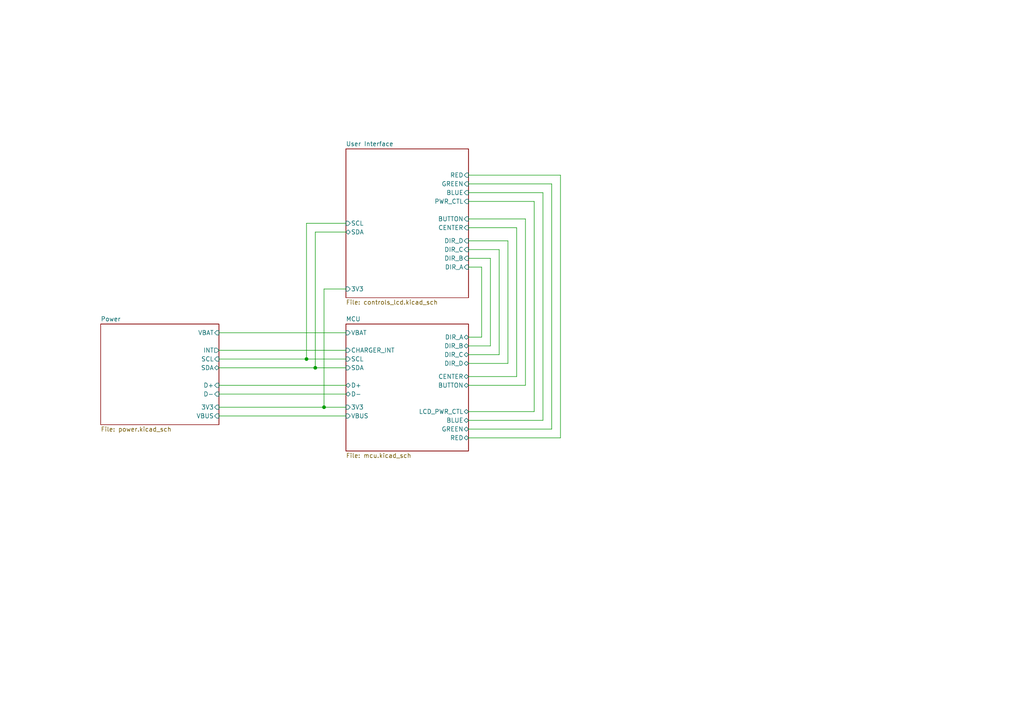
<source format=kicad_sch>
(kicad_sch
	(version 20231120)
	(generator "eeschema")
	(generator_version "8.0")
	(uuid "e7586151-38a0-41a9-9cce-542cfb7665db")
	(paper "A4")
	(title_block
		(title "Multipurpose main board")
	)
	(lib_symbols)
	(junction
		(at 91.44 106.68)
		(diameter 0)
		(color 0 0 0 0)
		(uuid "647a496d-bf2a-4302-af0b-4de2cd8abdfa")
	)
	(junction
		(at 93.98 118.11)
		(diameter 0)
		(color 0 0 0 0)
		(uuid "dfcea87c-94fa-4b6a-8367-28f707d8b4a5")
	)
	(junction
		(at 88.9 104.14)
		(diameter 0)
		(color 0 0 0 0)
		(uuid "f80b361e-075b-4768-ab8b-955156c3d843")
	)
	(wire
		(pts
			(xy 149.86 109.22) (xy 135.89 109.22)
		)
		(stroke
			(width 0)
			(type default)
		)
		(uuid "007957cc-5cdd-4f3a-86f7-08d04312c563")
	)
	(wire
		(pts
			(xy 135.89 124.46) (xy 160.02 124.46)
		)
		(stroke
			(width 0)
			(type default)
		)
		(uuid "030c7b15-abe4-4829-b2ac-2d82ec113d1b")
	)
	(wire
		(pts
			(xy 88.9 104.14) (xy 100.33 104.14)
		)
		(stroke
			(width 0)
			(type default)
		)
		(uuid "084f3320-e0a9-49a6-9059-4cdad5a69565")
	)
	(wire
		(pts
			(xy 142.24 74.93) (xy 135.89 74.93)
		)
		(stroke
			(width 0)
			(type default)
		)
		(uuid "1167133f-ff60-4ea6-8d7e-f4d9824f32df")
	)
	(wire
		(pts
			(xy 63.5 111.76) (xy 100.33 111.76)
		)
		(stroke
			(width 0)
			(type default)
		)
		(uuid "1407acb1-b2a0-4a1d-8cc7-10c0f23d9863")
	)
	(wire
		(pts
			(xy 63.5 118.11) (xy 93.98 118.11)
		)
		(stroke
			(width 0)
			(type default)
		)
		(uuid "1dfbe4a6-f255-4d6f-8b12-ae9e921ca6c9")
	)
	(wire
		(pts
			(xy 144.78 72.39) (xy 144.78 102.87)
		)
		(stroke
			(width 0)
			(type default)
		)
		(uuid "1fd12967-eb19-4ce5-bdc1-e36f348786b5")
	)
	(wire
		(pts
			(xy 160.02 53.34) (xy 135.89 53.34)
		)
		(stroke
			(width 0)
			(type default)
		)
		(uuid "24bbd754-29ab-4421-a017-c0818212ad22")
	)
	(wire
		(pts
			(xy 139.7 77.47) (xy 139.7 97.79)
		)
		(stroke
			(width 0)
			(type default)
		)
		(uuid "27e86a6f-7e5c-4513-9ca3-fb0c8c3ec6d0")
	)
	(wire
		(pts
			(xy 63.5 106.68) (xy 91.44 106.68)
		)
		(stroke
			(width 0)
			(type default)
		)
		(uuid "28971b58-b483-4cdf-8dd8-579727fc9a91")
	)
	(wire
		(pts
			(xy 147.32 69.85) (xy 135.89 69.85)
		)
		(stroke
			(width 0)
			(type default)
		)
		(uuid "2dd1dfa1-6797-40c5-a663-691e185f8a2a")
	)
	(wire
		(pts
			(xy 160.02 124.46) (xy 160.02 53.34)
		)
		(stroke
			(width 0)
			(type default)
		)
		(uuid "3402307d-5086-46e3-b23e-349533b12a31")
	)
	(wire
		(pts
			(xy 139.7 97.79) (xy 135.89 97.79)
		)
		(stroke
			(width 0)
			(type default)
		)
		(uuid "34f6c73e-c267-4bef-9926-4f010ae50ce9")
	)
	(wire
		(pts
			(xy 135.89 100.33) (xy 142.24 100.33)
		)
		(stroke
			(width 0)
			(type default)
		)
		(uuid "369d244b-1b50-4795-87df-2466006b0a8d")
	)
	(wire
		(pts
			(xy 91.44 67.31) (xy 91.44 106.68)
		)
		(stroke
			(width 0)
			(type default)
		)
		(uuid "39bb973c-4617-484b-b174-29bf71c02710")
	)
	(wire
		(pts
			(xy 100.33 67.31) (xy 91.44 67.31)
		)
		(stroke
			(width 0)
			(type default)
		)
		(uuid "3ded9ba6-dda4-4757-bc39-a44d924028b6")
	)
	(wire
		(pts
			(xy 142.24 100.33) (xy 142.24 74.93)
		)
		(stroke
			(width 0)
			(type default)
		)
		(uuid "476301e4-f101-44ae-bb6e-183d8ea6b29f")
	)
	(wire
		(pts
			(xy 88.9 64.77) (xy 100.33 64.77)
		)
		(stroke
			(width 0)
			(type default)
		)
		(uuid "4f531cbd-4f7a-4cde-af3f-c6663e40124b")
	)
	(wire
		(pts
			(xy 157.48 55.88) (xy 157.48 121.92)
		)
		(stroke
			(width 0)
			(type default)
		)
		(uuid "506dc851-969d-4542-95d9-221bf409832b")
	)
	(wire
		(pts
			(xy 135.89 119.38) (xy 154.94 119.38)
		)
		(stroke
			(width 0)
			(type default)
		)
		(uuid "55bd9f44-93dc-4d4c-a526-e224baa4e845")
	)
	(wire
		(pts
			(xy 63.5 101.6) (xy 100.33 101.6)
		)
		(stroke
			(width 0)
			(type default)
		)
		(uuid "56a50d15-51ba-4f37-8aa9-c066e9b8941d")
	)
	(wire
		(pts
			(xy 63.5 104.14) (xy 88.9 104.14)
		)
		(stroke
			(width 0)
			(type default)
		)
		(uuid "601b4c19-a457-4edb-bb92-ee317181783c")
	)
	(wire
		(pts
			(xy 154.94 119.38) (xy 154.94 58.42)
		)
		(stroke
			(width 0)
			(type default)
		)
		(uuid "60a83cfa-a5af-445e-a2d9-bdfcbe133b0f")
	)
	(wire
		(pts
			(xy 135.89 66.04) (xy 149.86 66.04)
		)
		(stroke
			(width 0)
			(type default)
		)
		(uuid "74a1bc22-1e4f-4c8c-b3d5-c5d0c365318d")
	)
	(wire
		(pts
			(xy 149.86 66.04) (xy 149.86 109.22)
		)
		(stroke
			(width 0)
			(type default)
		)
		(uuid "78e6bf0c-59e3-4e80-a111-71d9ba099fa0")
	)
	(wire
		(pts
			(xy 135.89 55.88) (xy 157.48 55.88)
		)
		(stroke
			(width 0)
			(type default)
		)
		(uuid "7f5567ae-6b55-4bce-a511-7753c14b4ec3")
	)
	(wire
		(pts
			(xy 91.44 106.68) (xy 100.33 106.68)
		)
		(stroke
			(width 0)
			(type default)
		)
		(uuid "8a76458c-0650-48b6-9c92-135cb3161adb")
	)
	(wire
		(pts
			(xy 135.89 72.39) (xy 144.78 72.39)
		)
		(stroke
			(width 0)
			(type default)
		)
		(uuid "8ff1dc50-ed31-4999-8052-9c94e394eca9")
	)
	(wire
		(pts
			(xy 135.89 50.8) (xy 162.56 50.8)
		)
		(stroke
			(width 0)
			(type default)
		)
		(uuid "94d7b951-7a41-46db-8b22-4b1ca906cc56")
	)
	(wire
		(pts
			(xy 162.56 50.8) (xy 162.56 127)
		)
		(stroke
			(width 0)
			(type default)
		)
		(uuid "a8957938-1bba-45d0-ab79-20a14c3963e7")
	)
	(wire
		(pts
			(xy 100.33 83.82) (xy 93.98 83.82)
		)
		(stroke
			(width 0)
			(type default)
		)
		(uuid "aa2dedf4-827b-4d04-b861-226b764381f7")
	)
	(wire
		(pts
			(xy 154.94 58.42) (xy 135.89 58.42)
		)
		(stroke
			(width 0)
			(type default)
		)
		(uuid "ae2efc8e-72b7-41d7-bd10-309b1763a963")
	)
	(wire
		(pts
			(xy 152.4 63.5) (xy 135.89 63.5)
		)
		(stroke
			(width 0)
			(type default)
		)
		(uuid "aee464b9-0660-42e4-8df0-8b3baed8f238")
	)
	(wire
		(pts
			(xy 93.98 83.82) (xy 93.98 118.11)
		)
		(stroke
			(width 0)
			(type default)
		)
		(uuid "b1984039-2893-44e8-a2b9-b2e4722fbb32")
	)
	(wire
		(pts
			(xy 147.32 105.41) (xy 147.32 69.85)
		)
		(stroke
			(width 0)
			(type default)
		)
		(uuid "bc9d0bb4-bc9d-49f9-9026-183dccc08c23")
	)
	(wire
		(pts
			(xy 135.89 111.76) (xy 152.4 111.76)
		)
		(stroke
			(width 0)
			(type default)
		)
		(uuid "c02856fc-91a0-4508-aaa6-3aac94c0833e")
	)
	(wire
		(pts
			(xy 157.48 121.92) (xy 135.89 121.92)
		)
		(stroke
			(width 0)
			(type default)
		)
		(uuid "c1fbcd2e-aa82-4fc9-ac6d-be756dec54d3")
	)
	(wire
		(pts
			(xy 63.5 96.52) (xy 100.33 96.52)
		)
		(stroke
			(width 0)
			(type default)
		)
		(uuid "c263dfaf-dcc6-481b-b9c9-92c576aecf87")
	)
	(wire
		(pts
			(xy 63.5 114.3) (xy 100.33 114.3)
		)
		(stroke
			(width 0)
			(type default)
		)
		(uuid "ccfacb58-2207-4f46-b3d3-626579985a97")
	)
	(wire
		(pts
			(xy 135.89 77.47) (xy 139.7 77.47)
		)
		(stroke
			(width 0)
			(type default)
		)
		(uuid "cf74f4dc-7c21-41c6-9de4-ae321ff86da1")
	)
	(wire
		(pts
			(xy 88.9 64.77) (xy 88.9 104.14)
		)
		(stroke
			(width 0)
			(type default)
		)
		(uuid "d55f14e1-3b68-4f14-a828-daebd275db2c")
	)
	(wire
		(pts
			(xy 135.89 127) (xy 162.56 127)
		)
		(stroke
			(width 0)
			(type default)
		)
		(uuid "e953532e-925b-44e5-9ed8-fd27a71d5620")
	)
	(wire
		(pts
			(xy 152.4 111.76) (xy 152.4 63.5)
		)
		(stroke
			(width 0)
			(type default)
		)
		(uuid "ec1105d9-efd4-4311-b7a9-0ac96db45730")
	)
	(wire
		(pts
			(xy 144.78 102.87) (xy 135.89 102.87)
		)
		(stroke
			(width 0)
			(type default)
		)
		(uuid "eeb116fa-b64c-45a9-878b-8d518f116c0b")
	)
	(wire
		(pts
			(xy 63.5 120.65) (xy 100.33 120.65)
		)
		(stroke
			(width 0)
			(type default)
		)
		(uuid "f279ce0d-1898-4d19-b0f4-df02381bbf5d")
	)
	(wire
		(pts
			(xy 93.98 118.11) (xy 100.33 118.11)
		)
		(stroke
			(width 0)
			(type default)
		)
		(uuid "f3997ca1-7fea-4e62-9638-cad377100c8c")
	)
	(wire
		(pts
			(xy 135.89 105.41) (xy 147.32 105.41)
		)
		(stroke
			(width 0)
			(type default)
		)
		(uuid "f5923966-3f92-4794-88b0-c90216fc1ab4")
	)
	(sheet
		(at 100.33 93.98)
		(size 35.56 36.83)
		(fields_autoplaced yes)
		(stroke
			(width 0.1524)
			(type solid)
		)
		(fill
			(color 0 0 0 0.0000)
		)
		(uuid "1a2b55f4-c1fd-4586-87d2-eefd04e93091")
		(property "Sheetname" "MCU"
			(at 100.33 93.2684 0)
			(effects
				(font
					(size 1.27 1.27)
				)
				(justify left bottom)
			)
		)
		(property "Sheetfile" "mcu.kicad_sch"
			(at 100.33 131.3946 0)
			(effects
				(font
					(size 1.27 1.27)
				)
				(justify left top)
			)
		)
		(pin "3V3" input
			(at 100.33 118.11 180)
			(effects
				(font
					(size 1.27 1.27)
				)
				(justify left)
			)
			(uuid "6147f8be-474e-4db6-bc00-3821172eb6ab")
		)
		(pin "D-" bidirectional
			(at 100.33 114.3 180)
			(effects
				(font
					(size 1.27 1.27)
				)
				(justify left)
			)
			(uuid "4e0b8906-f793-41af-9b38-8fd31141fb42")
		)
		(pin "D+" bidirectional
			(at 100.33 111.76 180)
			(effects
				(font
					(size 1.27 1.27)
				)
				(justify left)
			)
			(uuid "c981638c-30b9-432a-a9e3-4f4b738e52fa")
		)
		(pin "SDA" input
			(at 100.33 106.68 180)
			(effects
				(font
					(size 1.27 1.27)
				)
				(justify left)
			)
			(uuid "6c504572-bb80-4d04-a586-19816b4211a6")
		)
		(pin "SCL" input
			(at 100.33 104.14 180)
			(effects
				(font
					(size 1.27 1.27)
				)
				(justify left)
			)
			(uuid "91e92e06-894c-4640-b2ff-79dd15369582")
		)
		(pin "VBAT" input
			(at 100.33 96.52 180)
			(effects
				(font
					(size 1.27 1.27)
				)
				(justify left)
			)
			(uuid "88c58982-e1d9-4a5f-9c1d-6d54575db238")
		)
		(pin "DIR_A" bidirectional
			(at 135.89 97.79 0)
			(effects
				(font
					(size 1.27 1.27)
				)
				(justify right)
			)
			(uuid "2a46124f-3a32-425c-aeee-47688876bdbf")
		)
		(pin "DIR_B" bidirectional
			(at 135.89 100.33 0)
			(effects
				(font
					(size 1.27 1.27)
				)
				(justify right)
			)
			(uuid "ede1f00d-0152-4956-89bb-5d2b4ae35189")
		)
		(pin "DIR_C" bidirectional
			(at 135.89 102.87 0)
			(effects
				(font
					(size 1.27 1.27)
				)
				(justify right)
			)
			(uuid "7c4fc72d-bbe7-4527-b3dc-e4811ef1bde0")
		)
		(pin "DIR_D" bidirectional
			(at 135.89 105.41 0)
			(effects
				(font
					(size 1.27 1.27)
				)
				(justify right)
			)
			(uuid "6b838d74-e9bc-4722-8dd6-0f50de1debc4")
		)
		(pin "CENTER" bidirectional
			(at 135.89 109.22 0)
			(effects
				(font
					(size 1.27 1.27)
				)
				(justify right)
			)
			(uuid "8f5b2a13-fe4e-4a48-866f-21a049a9e416")
		)
		(pin "BUTTON" bidirectional
			(at 135.89 111.76 0)
			(effects
				(font
					(size 1.27 1.27)
				)
				(justify right)
			)
			(uuid "a9ab654a-6093-4f13-8949-4055af2cd8a3")
		)
		(pin "GREEN" bidirectional
			(at 135.89 124.46 0)
			(effects
				(font
					(size 1.27 1.27)
				)
				(justify right)
			)
			(uuid "263752b6-e02f-49be-8abc-2ba70022bcd1")
		)
		(pin "BLUE" bidirectional
			(at 135.89 121.92 0)
			(effects
				(font
					(size 1.27 1.27)
				)
				(justify right)
			)
			(uuid "84d42e27-de2e-4bf6-a8ed-71ff2feb5322")
		)
		(pin "LCD_PWR_CTL" bidirectional
			(at 135.89 119.38 0)
			(effects
				(font
					(size 1.27 1.27)
				)
				(justify right)
			)
			(uuid "2bc08fd1-dd51-4e26-9f30-3a1d8bcb544e")
		)
		(pin "RED" bidirectional
			(at 135.89 127 0)
			(effects
				(font
					(size 1.27 1.27)
				)
				(justify right)
			)
			(uuid "62ea0e5e-5409-49ed-8eba-ca742726eec0")
		)
		(pin "CHARGER_INT" input
			(at 100.33 101.6 180)
			(effects
				(font
					(size 1.27 1.27)
				)
				(justify left)
			)
			(uuid "27aa4ffc-86d4-4ee5-8630-f80b41e70f8a")
		)
		(pin "VBUS" input
			(at 100.33 120.65 180)
			(effects
				(font
					(size 1.27 1.27)
				)
				(justify left)
			)
			(uuid "55ec5039-ffd8-4d0b-b934-78d13203635d")
		)
		(instances
			(project "main_board"
				(path "/e7586151-38a0-41a9-9cce-542cfb7665db"
					(page "3")
				)
			)
		)
	)
	(sheet
		(at 29.21 93.98)
		(size 34.29 29.21)
		(fields_autoplaced yes)
		(stroke
			(width 0.1524)
			(type solid)
		)
		(fill
			(color 0 0 0 0.0000)
		)
		(uuid "36d2f76b-6786-406f-96a1-52265f303dbc")
		(property "Sheetname" "Power"
			(at 29.21 93.2684 0)
			(effects
				(font
					(size 1.27 1.27)
				)
				(justify left bottom)
			)
		)
		(property "Sheetfile" "power.kicad_sch"
			(at 29.21 123.7746 0)
			(effects
				(font
					(size 1.27 1.27)
				)
				(justify left top)
			)
		)
		(pin "VBAT" input
			(at 63.5 96.52 0)
			(effects
				(font
					(size 1.27 1.27)
				)
				(justify right)
			)
			(uuid "77112668-ea35-4d09-ba88-de186827e556")
		)
		(pin "INT" output
			(at 63.5 101.6 0)
			(effects
				(font
					(size 1.27 1.27)
				)
				(justify right)
			)
			(uuid "8fa3919c-0ef6-4da4-bcb4-fbfd59065e20")
		)
		(pin "SCL" input
			(at 63.5 104.14 0)
			(effects
				(font
					(size 1.27 1.27)
				)
				(justify right)
			)
			(uuid "af3e0107-5306-4898-9380-9e2d67b47790")
		)
		(pin "SDA" bidirectional
			(at 63.5 106.68 0)
			(effects
				(font
					(size 1.27 1.27)
				)
				(justify right)
			)
			(uuid "1550a903-f23e-42ed-a3d2-ec2ff6ffd088")
		)
		(pin "3V3" input
			(at 63.5 118.11 0)
			(effects
				(font
					(size 1.27 1.27)
				)
				(justify right)
			)
			(uuid "bc8b6381-7262-46d1-a1ea-d26902ad9455")
		)
		(pin "D+" input
			(at 63.5 111.76 0)
			(effects
				(font
					(size 1.27 1.27)
				)
				(justify right)
			)
			(uuid "aab4c346-88e1-4421-a0b1-2207d806b322")
		)
		(pin "D-" input
			(at 63.5 114.3 0)
			(effects
				(font
					(size 1.27 1.27)
				)
				(justify right)
			)
			(uuid "2fce2453-d9a3-41e3-ada6-d8a193c46ede")
		)
		(pin "VBUS" input
			(at 63.5 120.65 0)
			(effects
				(font
					(size 1.27 1.27)
				)
				(justify right)
			)
			(uuid "f9682a08-4ded-48ec-b04b-d0f4051cdfbd")
		)
		(instances
			(project "main_board"
				(path "/e7586151-38a0-41a9-9cce-542cfb7665db"
					(page "2")
				)
			)
		)
	)
	(sheet
		(at 100.33 43.18)
		(size 35.56 43.18)
		(fields_autoplaced yes)
		(stroke
			(width 0.1524)
			(type solid)
		)
		(fill
			(color 0 0 0 0.0000)
		)
		(uuid "8d2e8745-9bd7-47b1-9906-097dedd3973e")
		(property "Sheetname" "User Interface"
			(at 100.33 42.4684 0)
			(effects
				(font
					(size 1.27 1.27)
				)
				(justify left bottom)
			)
		)
		(property "Sheetfile" "controls_lcd.kicad_sch"
			(at 100.33 86.9446 0)
			(effects
				(font
					(size 1.27 1.27)
				)
				(justify left top)
			)
		)
		(pin "CENTER" input
			(at 135.89 66.04 0)
			(effects
				(font
					(size 1.27 1.27)
				)
				(justify right)
			)
			(uuid "c1974e8d-79a1-4d75-9976-8124d2aaaedf")
		)
		(pin "DIR_B" input
			(at 135.89 74.93 0)
			(effects
				(font
					(size 1.27 1.27)
				)
				(justify right)
			)
			(uuid "6467402a-736d-4cc7-9318-f5e40fea4651")
		)
		(pin "DIR_A" input
			(at 135.89 77.47 0)
			(effects
				(font
					(size 1.27 1.27)
				)
				(justify right)
			)
			(uuid "ecd3cd44-9582-4a85-9468-46b10049bca3")
		)
		(pin "DIR_C" input
			(at 135.89 72.39 0)
			(effects
				(font
					(size 1.27 1.27)
				)
				(justify right)
			)
			(uuid "a69ad824-4835-4574-bd13-a5690950bbc0")
		)
		(pin "DIR_D" input
			(at 135.89 69.85 0)
			(effects
				(font
					(size 1.27 1.27)
				)
				(justify right)
			)
			(uuid "f4323634-22aa-4498-bb6a-a370bcfb1d41")
		)
		(pin "BUTTON" input
			(at 135.89 63.5 0)
			(effects
				(font
					(size 1.27 1.27)
				)
				(justify right)
			)
			(uuid "a1a75cfb-dd32-4b0f-85c4-ef83e4e10865")
		)
		(pin "SDA" bidirectional
			(at 100.33 67.31 180)
			(effects
				(font
					(size 1.27 1.27)
				)
				(justify left)
			)
			(uuid "2c7e1057-2420-41b5-8ca2-37e9ed6017c8")
		)
		(pin "SCL" input
			(at 100.33 64.77 180)
			(effects
				(font
					(size 1.27 1.27)
				)
				(justify left)
			)
			(uuid "88443cbe-73b6-483d-ab27-1c936948045c")
		)
		(pin "3V3" input
			(at 100.33 83.82 180)
			(effects
				(font
					(size 1.27 1.27)
				)
				(justify left)
			)
			(uuid "e8ad6586-11fc-43ba-9c57-79ec59803a76")
		)
		(pin "PWR_CTL" input
			(at 135.89 58.42 0)
			(effects
				(font
					(size 1.27 1.27)
				)
				(justify right)
			)
			(uuid "336360c7-3c74-4a86-866a-72797902c0b5")
		)
		(pin "BLUE" input
			(at 135.89 55.88 0)
			(effects
				(font
					(size 1.27 1.27)
				)
				(justify right)
			)
			(uuid "c3f06030-8342-483f-9030-13f01b9b6a73")
		)
		(pin "RED" input
			(at 135.89 50.8 0)
			(effects
				(font
					(size 1.27 1.27)
				)
				(justify right)
			)
			(uuid "0591274a-0769-4e6e-8578-12460985c9ce")
		)
		(pin "GREEN" input
			(at 135.89 53.34 0)
			(effects
				(font
					(size 1.27 1.27)
				)
				(justify right)
			)
			(uuid "ed52867e-0871-4ff3-a4f8-2e7ee2ad8aaa")
		)
		(instances
			(project "main_board"
				(path "/e7586151-38a0-41a9-9cce-542cfb7665db"
					(page "4")
				)
			)
		)
	)
	(sheet_instances
		(path "/"
			(page "1")
		)
	)
)

</source>
